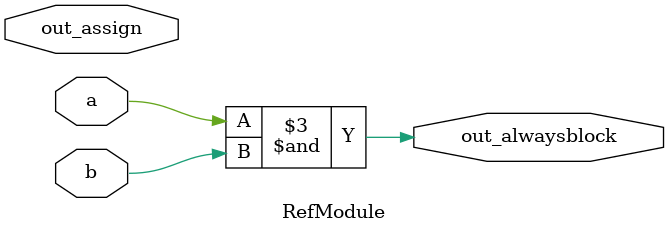
<source format=sv>

module RefModule (
  input a,
  input b,
  input out_assign,
  output reg out_alwaysblock
);

  assign out_assign = a & b;
  always @(*) out_alwaysblock = a & b;

endmodule


</source>
